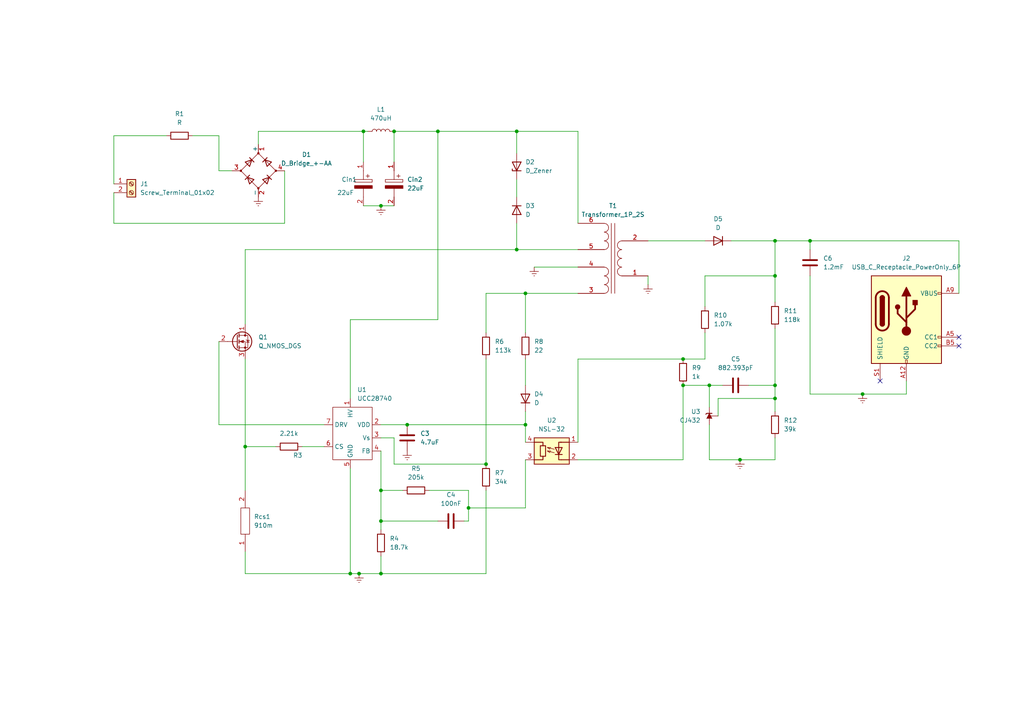
<source format=kicad_sch>
(kicad_sch (version 20211123) (generator eeschema)
  (paper "A4")
  (title_block (title "Charger Design") (date "2023-02-18") (rev "v01") (comment 1 "Course: ELP305") (comment 2 "Grpup: BNavi"))
  (lib_symbols
    (symbol "400PK22MEFC12.5X20:400PK22MEFC12.5X20" (pin_names (offset 0.762))
      (property "Reference" "C" (at 8.89 6.35 0))
      (property "Value" "400PK22MEFC12.5X20" (at 8.89 3.81 0))
      (symbol "400PK22MEFC12.5X20_0_0"
        (pin passive line (at 0 0 0) (length 2.54) (name "~") (number "1"))
        (pin passive line (at 12.7 0 180) (length 2.54) (name "~") (number "2"))
      )
      (symbol "400PK22MEFC12.5X20_0_1"
        (polyline (pts (xy 2.54 0) (xy 5.08 0)) (stroke (width 0.1524)))
        (polyline (pts (xy 4.064 1.778) (xy 4.064 0.762)) (stroke (width 0.1524)))
        (polyline (pts (xy 4.572 1.27) (xy 3.556 1.27)) (stroke (width 0.1524)))
        (polyline (pts (xy 7.62 0) (xy 10.16 0)) (stroke (width 0.1524)))
        (polyline (pts (xy 5.08 2.54) (xy 5.08 -2.54) (xy 5.842 -2.54) (xy 5.842 2.54) (xy 5.08 2.54)) (stroke (width 0.1524)))
        (polyline (pts (xy 7.62 2.54) (xy 7.62 -2.54) (xy 6.858 -2.54) (xy 6.858 2.54) (xy 7.62 2.54)) (stroke (width 0.254)) (fill (type outline)))
      )
    )
    (symbol "CRCW040234K0FKED:CRCW040234K0FKEDHP" (pin_names (offset 0.762))
      (property "Reference" "R" (at 13.97 6.35 0))
      (property "Value" "CRCW040234K0FKEDHP" (at 13.97 3.81 0))
      (symbol "CRCW040234K0FKEDHP_0_0"
        (pin passive line (at 0 0 0) (length 5.08) (name "~") (number "1"))
        (pin passive line (at 17.78 0 180) (length 5.08) (name "~") (number "2"))
      )
      (symbol "CRCW040234K0FKEDHP_0_1"
        (polyline (pts (xy 5.08 1.27) (xy 12.7 1.27) (xy 12.7 -1.27) (xy 5.08 -1.27) (xy 5.08 1.27)) (stroke (width 0.1524)))
      )
    )
    (symbol "Connector:Screw_Terminal_01x02" (pin_names (offset 1.016) hide)
      (property "Reference" "J" (at 0 2.54 0))
      (property "Value" "Screw_Terminal_01x02" (at 0 -5.08 0))
      (symbol "Screw_Terminal_01x02_1_1"
        (rectangle (start -1.27 1.27) (end 1.27 -3.81) (stroke (width 0.254)) (fill (type background)))
        (circle (center 0 -2.54) (radius 0.635) (stroke (width 0.1524)))
        (polyline (pts (xy -0.5334 -2.2098) (xy 0.3302 -3.048)) (stroke (width 0.1524)))
        (polyline (pts (xy -0.5334 0.3302) (xy 0.3302 -0.508)) (stroke (width 0.1524)))
        (polyline (pts (xy -0.3556 -2.032) (xy 0.508 -2.8702)) (stroke (width 0.1524)))
        (polyline (pts (xy -0.3556 0.508) (xy 0.508 -0.3302)) (stroke (width 0.1524)))
        (circle (center 0 0) (radius 0.635) (stroke (width 0.1524)))
        (pin passive line (at -5.08 0 0) (length 3.81) (name "Pin_1") (number "1"))
        (pin passive line (at -5.08 -2.54 0) (length 3.81) (name "Pin_2") (number "2"))
      )
    )
    (symbol "Connector:USB_C_Receptacle_PowerOnly_6P" (pin_names (offset 1.016))
      (property "Reference" "J" (at 0 16.51 0))
      (property "Value" "USB_C_Receptacle_PowerOnly_6P" (at 0 13.97 0))
      (symbol "USB_C_Receptacle_PowerOnly_6P_0_0"
        (rectangle (start -0.254 -12.7) (end 0.254 -11.684))
        (rectangle (start 10.16 -7.366) (end 9.144 -7.874))
        (rectangle (start 10.16 -4.826) (end 9.144 -5.334))
        (rectangle (start 10.16 7.874) (end 9.144 7.366))
      )
      (symbol "USB_C_Receptacle_PowerOnly_6P_0_1"
        (rectangle (start -10.16 12.7) (end 10.16 -12.7) (stroke (width 0.254)) (fill (type background)))
        (arc (start -8.89 -1.27) (mid -6.985 -3.175) (end -5.08 -1.27) (stroke (width 0.508)))
        (arc (start -7.62 -1.27) (mid -6.985 -1.905) (end -6.35 -1.27) (stroke (width 0.254)))
        (arc (start -7.62 -1.27) (mid -6.985 -1.905) (end -6.35 -1.27) (stroke (width 0.254)) (fill (type outline)))
        (rectangle (start -7.62 -1.27) (end -6.35 6.35) (stroke (width 0.254)) (fill (type outline)))
        (arc (start -6.35 6.35) (mid -6.985 6.985) (end -7.62 6.35) (stroke (width 0.254)))
        (arc (start -6.35 6.35) (mid -6.985 6.985) (end -7.62 6.35) (stroke (width 0.254)) (fill (type outline)))
        (arc (start -5.08 6.35) (mid -6.985 8.255) (end -8.89 6.35) (stroke (width 0.508)))
        (circle (center -2.54 3.683) (radius 0.635) (stroke (width 0.254)) (fill (type outline)))
        (circle (center 0 -3.302) (radius 1.27) (fill (type outline)))
        (polyline (pts (xy -8.89 -1.27) (xy -8.89 6.35)) (stroke (width 0.508)))
        (polyline (pts (xy -5.08 6.35) (xy -5.08 -1.27)) (stroke (width 0.508)))
        (polyline (pts (xy 0 -3.302) (xy 0 6.858)) (stroke (width 0.508)))
        (polyline (pts (xy 0 -0.762) (xy -2.54 1.778) (xy -2.54 3.048)) (stroke (width 0.508)))
        (polyline (pts (xy 0 0.508) (xy 2.54 3.048) (xy 2.54 4.318)) (stroke (width 0.508)))
        (polyline (pts (xy -1.27 6.858) (xy 0 9.398) (xy 1.27 6.858) (xy -1.27 6.858)) (stroke (width 0.254)) (fill (type outline)))
        (rectangle (start 1.905 4.318) (end 3.175 5.588) (stroke (width 0.254)) (fill (type outline)))
      )
      (symbol "USB_C_Receptacle_PowerOnly_6P_1_1"
        (pin passive line (at 0 -17.78 90) (length 5.08) (name "GND") (number "A12"))
        (pin bidirectional line (at 15.24 -5.08 180) (length 5.08) (name "CC1") (number "A5"))
        (pin passive line (at 15.24 7.62 180) (length 5.08) (name "VBUS") (number "A9"))
        (pin passive line (at 0 -17.78 90) (length 5.08) hide (name "GND") (number "B12"))
        (pin bidirectional line (at 15.24 -7.62 180) (length 5.08) (name "CC2") (number "B5"))
        (pin passive line (at 15.24 7.62 180) (length 5.08) hide (name "VBUS") (number "B9"))
        (pin passive line (at -7.62 -17.78 90) (length 5.08) (name "SHIELD") (number "S1"))
      )
    )
    (symbol "Device:C" (pin_numbers hide) (pin_names (offset 0.254))
      (property "Reference" "C" (at 0.635 2.54 0))
      (property "Value" "C" (at 0.635 -2.54 0))
      (symbol "C_0_1"
        (polyline (pts (xy -2.032 -0.762) (xy 2.032 -0.762)) (stroke (width 0.508)))
        (polyline (pts (xy -2.032 0.762) (xy 2.032 0.762)) (stroke (width 0.508)))
      )
      (symbol "C_1_1"
        (pin passive line (at 0 3.81 270) (length 2.794) (name "~") (number "1"))
        (pin passive line (at 0 -3.81 90) (length 2.794) (name "~") (number "2"))
      )
    )
    (symbol "Device:D" (pin_numbers hide) (pin_names (offset 1.016) hide)
      (property "Reference" "D" (at 0 2.54 0))
      (property "Value" "D" (at 0 -2.54 0))
      (symbol "D_0_1"
        (polyline (pts (xy -1.27 1.27) (xy -1.27 -1.27)) (stroke (width 0.254)))
        (polyline (pts (xy 1.27 0) (xy -1.27 0)))
        (polyline (pts (xy 1.27 1.27) (xy 1.27 -1.27) (xy -1.27 0) (xy 1.27 1.27)) (stroke (width 0.254)))
      )
      (symbol "D_1_1"
        (pin passive line (at -3.81 0 0) (length 2.54) (name "K") (number "1"))
        (pin passive line (at 3.81 0 180) (length 2.54) (name "A") (number "2"))
      )
    )
    (symbol "Device:D_Bridge_+-AA" (pin_names (offset 0))
      (property "Reference" "D" (at 2.54 6.985 0))
      (property "Value" "D_Bridge_+-AA" (at 2.54 5.08 0))
      (symbol "D_Bridge_+-AA_0_1"
        (circle (center -5.08 0) (radius 0.254) (fill (type outline)))
        (circle (center 0 -5.08) (radius 0.254) (fill (type outline)))
        (polyline (pts (xy -2.54 3.81) (xy -1.27 2.54)) (stroke (width 0.254)))
        (polyline (pts (xy -1.27 -2.54) (xy -2.54 -3.81)) (stroke (width 0.254)))
        (polyline (pts (xy 2.54 -1.27) (xy 3.81 -2.54)) (stroke (width 0.254)))
        (polyline (pts (xy 2.54 1.27) (xy 3.81 2.54)) (stroke (width 0.254)))
        (polyline (pts (xy -3.81 2.54) (xy -2.54 1.27) (xy -1.905 3.175) (xy -3.81 2.54)) (stroke (width 0.254)))
        (polyline (pts (xy -2.54 -1.27) (xy -3.81 -2.54) (xy -1.905 -3.175) (xy -2.54 -1.27)) (stroke (width 0.254)))
        (polyline (pts (xy 1.27 2.54) (xy 2.54 3.81) (xy 3.175 1.905) (xy 1.27 2.54)) (stroke (width 0.254)))
        (polyline (pts (xy 3.175 -1.905) (xy 1.27 -2.54) (xy 2.54 -3.81) (xy 3.175 -1.905)) (stroke (width 0.254)))
        (polyline (pts (xy -5.08 0) (xy 0 -5.08) (xy 5.08 0) (xy 0 5.08) (xy -5.08 0)))
        (circle (center 0 5.08) (radius 0.254) (fill (type outline)))
        (circle (center 5.08 0) (radius 0.254) (fill (type outline)))
      )
      (symbol "D_Bridge_+-AA_1_1"
        (pin passive line (at 7.62 0 180) (length 2.54) (name "+") (number "1"))
        (pin passive line (at -7.62 0 0) (length 2.54) (name "-") (number "2"))
        (pin passive line (at 0 7.62 270) (length 2.54) (name "~") (number "3"))
        (pin passive line (at 0 -7.62 90) (length 2.54) (name "~") (number "4"))
      )
    )
    (symbol "Device:D_Zener" (pin_numbers hide) (pin_names (offset 1.016) hide)
      (property "Reference" "D" (at 0 2.54 0))
      (property "Value" "D_Zener" (at 0 -2.54 0))
      (symbol "D_Zener_0_1"
        (polyline (pts (xy 1.27 0) (xy -1.27 0)))
        (polyline (pts (xy -1.27 -1.27) (xy -1.27 1.27) (xy -0.762 1.27)) (stroke (width 0.254)))
        (polyline (pts (xy 1.27 -1.27) (xy 1.27 1.27) (xy -1.27 0) (xy 1.27 -1.27)) (stroke (width 0.254)))
      )
      (symbol "D_Zener_1_1"
        (pin passive line (at -3.81 0 0) (length 2.54) (name "K") (number "1"))
        (pin passive line (at 3.81 0 180) (length 2.54) (name "A") (number "2"))
      )
    )
    (symbol "Device:L" (pin_numbers hide) (pin_names (offset 1.016) hide)
      (property "Reference" "L" (at -1.27 0 90))
      (property "Value" "L" (at 1.905 0 90))
      (symbol "L_0_1"
        (arc (start 0 -2.54) (mid 0.635 -1.905) (end 0 -1.27))
        (arc (start 0 -1.27) (mid 0.635 -0.635) (end 0 0))
        (arc (start 0 0) (mid 0.635 0.635) (end 0 1.27))
        (arc (start 0 1.27) (mid 0.635 1.905) (end 0 2.54))
      )
      (symbol "L_1_1"
        (pin passive line (at 0 3.81 270) (length 1.27) (name "1") (number "1"))
        (pin passive line (at 0 -3.81 90) (length 1.27) (name "2") (number "2"))
      )
    )
    (symbol "Device:Q_NMOS_DGS" (pin_names (offset 0) hide)
      (property "Reference" "Q" (at 5.08 1.27 0))
      (property "Value" "Q_NMOS_DGS" (at 5.08 -1.27 0))
      (symbol "Q_NMOS_DGS_0_1"
        (polyline (pts (xy 0.254 0) (xy -2.54 0)))
        (polyline (pts (xy 0.254 1.905) (xy 0.254 -1.905)) (stroke (width 0.254)))
        (polyline (pts (xy 0.762 -1.27) (xy 0.762 -2.286)) (stroke (width 0.254)))
        (polyline (pts (xy 0.762 0.508) (xy 0.762 -0.508)) (stroke (width 0.254)))
        (polyline (pts (xy 0.762 2.286) (xy 0.762 1.27)) (stroke (width 0.254)))
        (polyline (pts (xy 2.54 2.54) (xy 2.54 1.778)))
        (polyline (pts (xy 2.54 -2.54) (xy 2.54 0) (xy 0.762 0)))
        (polyline (pts (xy 0.762 -1.778) (xy 3.302 -1.778) (xy 3.302 1.778) (xy 0.762 1.778)))
        (polyline (pts (xy 1.016 0) (xy 2.032 0.381) (xy 2.032 -0.381) (xy 1.016 0)) (fill (type outline)))
        (polyline (pts (xy 2.794 0.508) (xy 2.921 0.381) (xy 3.683 0.381) (xy 3.81 0.254)))
        (polyline (pts (xy 3.302 0.381) (xy 2.921 -0.254) (xy 3.683 -0.254) (xy 3.302 0.381)))
        (circle (center 1.651 0) (radius 2.794) (stroke (width 0.254)))
        (circle (center 2.54 -1.778) (radius 0.254) (fill (type outline)))
        (circle (center 2.54 1.778) (radius 0.254) (fill (type outline)))
      )
      (symbol "Q_NMOS_DGS_1_1"
        (pin passive line (at 2.54 5.08 270) (length 2.54) (name "D") (number "1"))
        (pin input line (at -5.08 0 0) (length 2.54) (name "G") (number "2"))
        (pin passive line (at 2.54 -5.08 90) (length 2.54) (name "S") (number "3"))
      )
    )
    (symbol "Device:R" (pin_numbers hide) (pin_names (offset 0))
      (property "Reference" "R" (at 2.032 0 90))
      (property "Value" "R" (at 0 0 90))
      (symbol "R_0_1"
        (rectangle (start -1.016 -2.54) (end 1.016 2.54) (stroke (width 0.254)))
      )
      (symbol "R_1_1"
        (pin passive line (at 0 3.81 270) (length 1.27) (name "~") (number "1"))
        (pin passive line (at 0 -3.81 90) (length 1.27) (name "~") (number "2"))
      )
    )
    (symbol "Device:Transformer_1P_2S" (pin_names (offset 1.016) hide)
      (property "Reference" "T" (at 0 12.7 0))
      (property "Value" "Transformer_1P_2S" (at 0 -12.7 0))
      (symbol "Transformer_1P_2S_0_1"
        (arc (start -2.54 -5.0546) (mid -1.6599 -4.6901) (end -1.27 -3.81))
        (arc (start -2.54 -2.5146) (mid -1.6599 -2.1501) (end -1.27 -1.27))
        (arc (start -2.54 0.0254) (mid -1.6599 0.3899) (end -1.27 1.27))
        (arc (start -2.54 2.5654) (mid -1.6599 2.9299) (end -1.27 3.81))
        (arc (start -1.27 -3.81) (mid -1.642 -2.912) (end -2.54 -2.54))
        (arc (start -1.27 -1.27) (mid -1.642 -0.372) (end -2.54 0))
        (arc (start -1.27 1.27) (mid -1.642 2.168) (end -2.54 2.54))
        (arc (start -1.27 3.81) (mid -1.642 4.708) (end -2.54 5.08))
        (polyline (pts (xy -0.508 -10.16) (xy -0.508 10.16)))
        (polyline (pts (xy 0.508 10.16) (xy 0.508 -10.16)))
        (arc (start 1.2954 -8.89) (mid 1.6599 -9.7701) (end 2.54 -10.1346))
        (arc (start 1.2954 -6.35) (mid 1.6599 -7.2301) (end 2.54 -7.5946))
        (arc (start 1.2954 -3.81) (mid 1.6599 -4.6901) (end 2.54 -5.0546))
        (arc (start 1.2954 3.81) (mid 1.6599 2.9299) (end 2.54 2.5654))
        (arc (start 1.2954 6.35) (mid 1.6599 5.4699) (end 2.54 5.1054))
        (arc (start 1.2954 8.89) (mid 1.6599 8.0099) (end 2.54 7.6454))
        (arc (start 2.54 -7.62) (mid 1.642 -7.992) (end 1.2954 -8.89))
        (arc (start 2.54 -5.08) (mid 1.642 -5.452) (end 1.2954 -6.35))
        (arc (start 2.54 -2.54) (mid 1.642 -2.912) (end 1.2954 -3.81))
        (arc (start 2.54 5.08) (mid 1.642 4.708) (end 1.2954 3.81))
        (arc (start 2.54 7.62) (mid 1.642 7.248) (end 1.2954 6.35))
        (arc (start 2.54 10.16) (mid 1.642 9.788) (end 1.2954 8.89))
      )
      (symbol "Transformer_1P_2S_1_1"
        (pin passive line (at -10.16 5.08 0) (length 7.62) (name "AA") (number "1"))
        (pin passive line (at -10.16 -5.08 0) (length 7.62) (name "AB") (number "2"))
        (pin passive line (at 10.16 10.16 180) (length 7.62) (name "SA") (number "3"))
        (pin passive line (at 10.16 2.54 180) (length 7.62) (name "SB") (number "4"))
        (pin passive line (at 10.16 -2.54 180) (length 7.62) (name "SC") (number "5"))
        (pin passive line (at 10.16 -10.16 180) (length 7.62) (name "SD") (number "6"))
      )
    )
    (symbol "Isolator:NSL-32" (pin_names (offset 0.762) hide)
      (property "Reference" "U" (at 0 5.08 0))
      (property "Value" "NSL-32" (at 0 -5.08 0))
      (symbol "NSL-32_0_1"
        (rectangle (start -5.08 3.81) (end 5.08 -3.81) (stroke (width 0.254)) (fill (type background)))
        (polyline (pts (xy -5.08 2.54) (xy -2.54 2.54)) (stroke (width 0.254)))
        (polyline (pts (xy -2.794 -2.54) (xy -5.08 -2.54)) (stroke (width 0.254)))
        (polyline (pts (xy -1.016 -1.016) (xy -3.048 -1.016) (xy -3.048 -1.016)) (stroke (width 0.254)))
        (polyline (pts (xy -0.762 -0.508) (xy 1.27 0) (xy 1.27 0)))
        (polyline (pts (xy -0.762 0.508) (xy 1.27 1.016) (xy 1.27 1.016)))
        (polyline (pts (xy 2.54 -1.524) (xy 2.54 -2.54) (xy 5.08 -2.54)) (stroke (width 0.254)))
        (polyline (pts (xy 2.54 1.524) (xy 2.54 2.54) (xy 5.08 2.54)) (stroke (width 0.254)))
        (polyline (pts (xy -2.794 -2.54) (xy -2.032 -2.54) (xy -2.032 2.54) (xy -2.794 2.54)) (stroke (width 0.254)))
        (polyline (pts (xy 0.254 0) (xy 1.27 0) (xy 0.508 -0.508) (xy 0.508 -0.508)))
        (polyline (pts (xy 0.254 1.016) (xy 1.27 1.016) (xy 0.508 0.508) (xy 0.508 0.508)))
        (polyline (pts (xy -1.016 1.016) (xy -3.048 1.016) (xy -2.032 -1.016) (xy -1.016 1.016) (xy -1.016 1.016) (xy -1.016 1.016)) (stroke (width 0.254)))
        (rectangle (start 1.778 1.524) (end 3.302 -1.524) (stroke (width 0.254)))
      )
      (symbol "NSL-32_1_1"
        (pin passive line (at -7.62 2.54 0) (length 2.54) (name "A") (number "1"))
        (pin passive line (at -7.62 -2.54 0) (length 2.54) (name "K") (number "2"))
        (pin passive line (at 7.62 -2.54 180) (length 2.54) (name "R") (number "3"))
        (pin passive line (at 7.62 2.54 180) (length 2.54) (name "R") (number "4"))
      )
    )
    (symbol "Reference_Voltage:CJ432" (pin_numbers hide) (pin_names hide)
      (property "Reference" "U" (at -2.54 2.54 0))
      (property "Value" "CJ432" (at 0 -2.54 0))
      (symbol "CJ432_0_1"
        (polyline (pts (xy -1.27 0) (xy 0 0) (xy 1.27 0)))
        (polyline (pts (xy -0.762 0.762) (xy 0.762 0) (xy -0.762 -0.762)) (fill (type outline)))
        (polyline (pts (xy 0.508 -1.016) (xy 0.762 -0.762) (xy 0.762 0.762) (xy 0.762 0.762)) (stroke (width 0.254)))
      )
      (symbol "CJ432_1_1"
        (pin passive line (at 0 2.54 270) (length 2.54) (name "REF") (number "1"))
        (pin passive line (at 2.54 0 180) (length 1.27) (name "K") (number "2"))
        (pin passive line (at -2.54 0 0) (length 1.27) (name "A") (number "3"))
      )
    )
    (symbol "UCC28740:UCC28740"
      (property "Reference" "U" (at -5.08 8.89 0))
      (property "Value" "UCC28740" (at 6.35 -8.89 0))
      (symbol "UCC28740_0_1"
        (rectangle (start -5.08 7.62) (end 6.35 -7.62))
      )
      (symbol "UCC28740_1_1"
        (pin input line (at 0 10.16 270) (length 2.54) (name "HV") (number "1"))
        (pin input line (at 8.89 2.54 180) (length 2.54) (name "VDD") (number "2"))
        (pin input line (at 8.89 -1.27 180) (length 2.54) (name "Vs") (number "3"))
        (pin input line (at 8.89 -5.08 180) (length 2.54) (name "FB") (number "4"))
        (pin input line (at 0 -10.16 90) (length 2.54) (name "GND") (number "5"))
        (pin input line (at -7.62 -3.81 0) (length 2.54) (name "CS") (number "6"))
        (pin input line (at -7.62 2.54 0) (length 2.54) (name "DRV") (number "7"))
      )
    )
    (symbol "power:Earth" (power) (pin_names (offset 0))
      (symbol "Earth_0_1"
        (polyline (pts (xy -0.635 -1.905) (xy 0.635 -1.905)))
        (polyline (pts (xy -0.127 -2.54) (xy 0.127 -2.54)))
        (polyline (pts (xy 0 -1.27) (xy 0 0)))
        (polyline (pts (xy 1.27 -1.27) (xy -1.27 -1.27)))
      )
      (symbol "Earth_1_1"
        (pin power_in line (at 0 0 270) (length 0) hide (name "Earth") (number "1"))
      )
    )
  )
  (junction (at 234.95 69.85))
  (junction (at 250.19 114.3))
  (junction (at 110.49 151.13))
  (junction (at 149.86 38.1))
  (junction (at 118.11 123.19))
  (junction (at 205.74 111.76))
  (junction (at 110.49 59.69))
  (junction (at 198.12 104.14))
  (junction (at 114.3 38.1))
  (junction (at 214.63 133.35))
  (junction (at 101.6 166.37))
  (junction (at 104.14 166.37))
  (junction (at 224.79 69.85))
  (junction (at 110.49 142.24))
  (junction (at 198.12 111.76))
  (junction (at 105.41 38.1))
  (junction (at 152.4 123.19))
  (junction (at 71.12 129.54))
  (junction (at 152.4 85.09))
  (junction (at 224.79 80.01))
  (junction (at 224.79 111.76))
  (junction (at 110.49 166.37))
  (junction (at 127 38.1))
  (junction (at 135.89 147.32))
  (junction (at 140.97 134.62))
  (junction (at 224.79 115.57))
  (junction (at 149.86 72.39))
  (no_connect (at 278.13 100.33))
  (no_connect (at 255.27 110.49))
  (no_connect (at 278.13 97.79))
  (wire (pts (xy 63.5 39.37) (xy 63.5 49.53)))
  (wire (pts (xy 149.86 72.39) (xy 167.64 72.39)))
  (wire (pts (xy 33.02 64.77) (xy 82.55 64.77)))
  (wire (pts (xy 110.49 161.29) (xy 110.49 166.37)))
  (wire (pts (xy 134.62 151.13) (xy 135.89 151.13)))
  (wire (pts (xy 110.49 127) (xy 114.3 127)))
  (wire (pts (xy 204.47 96.52) (xy 204.47 104.14)))
  (wire (pts (xy 114.3 38.1) (xy 114.3 46.99)))
  (wire (pts (xy 135.89 147.32) (xy 135.89 151.13)))
  (wire (pts (xy 63.5 123.19) (xy 93.98 123.19)))
  (wire (pts (xy 167.64 133.35) (xy 198.12 133.35)))
  (wire (pts (xy 140.97 96.52) (xy 140.97 85.09)))
  (wire (pts (xy 152.4 119.38) (xy 152.4 123.19)))
  (wire (pts (xy 110.49 151.13) (xy 127 151.13)))
  (wire (pts (xy 71.12 72.39) (xy 149.86 72.39)))
  (wire (pts (xy 149.86 52.07) (xy 149.86 57.15)))
  (wire (pts (xy 198.12 104.14) (xy 204.47 104.14)))
  (wire (pts (xy 224.79 95.25) (xy 224.79 111.76)))
  (wire (pts (xy 198.12 111.76) (xy 205.74 111.76)))
  (wire (pts (xy 71.12 129.54) (xy 80.01 129.54)))
  (wire (pts (xy 204.47 88.9) (xy 204.47 80.01)))
  (wire (pts (xy 114.3 38.1) (xy 127 38.1)))
  (wire (pts (xy 224.79 69.85) (xy 224.79 80.01)))
  (wire (pts (xy 152.4 133.35) (xy 152.4 147.32)))
  (wire (pts (xy 140.97 85.09) (xy 152.4 85.09)))
  (wire (pts (xy 114.3 127) (xy 114.3 134.62)))
  (wire (pts (xy 71.12 104.14) (xy 71.12 129.54)))
  (wire (pts (xy 205.74 111.76) (xy 205.74 118.11)))
  (wire (pts (xy 224.79 133.35) (xy 224.79 127)))
  (wire (pts (xy 110.49 151.13) (xy 110.49 153.67)))
  (wire (pts (xy 33.02 55.88) (xy 33.02 64.77)))
  (wire (pts (xy 105.41 59.69) (xy 110.49 59.69)))
  (wire (pts (xy 63.5 49.53) (xy 67.31 49.53)))
  (wire (pts (xy 167.64 104.14) (xy 198.12 104.14)))
  (wire (pts (xy 224.79 80.01) (xy 224.79 87.63)))
  (wire (pts (xy 87.63 129.54) (xy 93.98 129.54)))
  (wire (pts (xy 140.97 142.24) (xy 140.97 166.37)))
  (wire (pts (xy 205.74 111.76) (xy 209.55 111.76)))
  (wire (pts (xy 214.63 133.35) (xy 224.79 133.35)))
  (wire (pts (xy 152.4 147.32) (xy 135.89 147.32)))
  (wire (pts (xy 104.14 166.37) (xy 110.49 166.37)))
  (wire (pts (xy 74.93 38.1) (xy 105.41 38.1)))
  (wire (pts (xy 234.95 80.01) (xy 234.95 114.3)))
  (wire (pts (xy 63.5 99.06) (xy 63.5 123.19)))
  (wire (pts (xy 167.64 38.1) (xy 149.86 38.1)))
  (wire (pts (xy 154.94 77.47) (xy 167.64 77.47)))
  (wire (pts (xy 33.02 53.34) (xy 33.02 39.37)))
  (wire (pts (xy 205.74 123.19) (xy 205.74 133.35)))
  (wire (pts (xy 234.95 114.3) (xy 250.19 114.3)))
  (wire (pts (xy 234.95 69.85) (xy 234.95 72.39)))
  (wire (pts (xy 149.86 38.1) (xy 149.86 44.45)))
  (wire (pts (xy 110.49 142.24) (xy 116.84 142.24)))
  (wire (pts (xy 187.96 69.85) (xy 204.47 69.85)))
  (wire (pts (xy 110.49 166.37) (xy 140.97 166.37)))
  (wire (pts (xy 262.89 114.3) (xy 262.89 110.49)))
  (wire (pts (xy 101.6 135.89) (xy 101.6 166.37)))
  (wire (pts (xy 208.28 120.65) (xy 208.28 115.57)))
  (wire (pts (xy 217.17 111.76) (xy 224.79 111.76)))
  (wire (pts (xy 71.12 160.02) (xy 71.12 166.37)))
  (wire (pts (xy 152.4 104.14) (xy 152.4 111.76)))
  (wire (pts (xy 198.12 133.35) (xy 198.12 111.76)))
  (wire (pts (xy 152.4 85.09) (xy 152.4 96.52)))
  (wire (pts (xy 152.4 85.09) (xy 167.64 85.09)))
  (wire (pts (xy 101.6 92.71) (xy 127 92.71)))
  (wire (pts (xy 135.89 142.24) (xy 135.89 147.32)))
  (wire (pts (xy 71.12 72.39) (xy 71.12 93.98)))
  (wire (pts (xy 55.88 39.37) (xy 63.5 39.37)))
  (wire (pts (xy 250.19 114.3) (xy 262.89 114.3)))
  (wire (pts (xy 204.47 80.01) (xy 224.79 80.01)))
  (wire (pts (xy 33.02 39.37) (xy 48.26 39.37)))
  (wire (pts (xy 105.41 38.1) (xy 105.41 46.99)))
  (wire (pts (xy 127 92.71) (xy 127 38.1)))
  (wire (pts (xy 124.46 142.24) (xy 135.89 142.24)))
  (wire (pts (xy 212.09 69.85) (xy 224.79 69.85)))
  (wire (pts (xy 71.12 166.37) (xy 101.6 166.37)))
  (wire (pts (xy 101.6 115.57) (xy 101.6 92.71)))
  (wire (pts (xy 224.79 111.76) (xy 224.79 115.57)))
  (wire (pts (xy 74.93 41.91) (xy 74.93 38.1)))
  (wire (pts (xy 224.79 115.57) (xy 224.79 119.38)))
  (wire (pts (xy 278.13 85.09) (xy 278.13 69.85)))
  (wire (pts (xy 114.3 134.62) (xy 140.97 134.62)))
  (wire (pts (xy 82.55 64.77) (xy 82.55 49.53)))
  (wire (pts (xy 118.11 123.19) (xy 152.4 123.19)))
  (wire (pts (xy 140.97 104.14) (xy 140.97 134.62)))
  (wire (pts (xy 152.4 123.19) (xy 152.4 128.27)))
  (wire (pts (xy 110.49 123.19) (xy 118.11 123.19)))
  (wire (pts (xy 205.74 133.35) (xy 214.63 133.35)))
  (wire (pts (xy 127 38.1) (xy 149.86 38.1)))
  (wire (pts (xy 110.49 130.81) (xy 110.49 142.24)))
  (wire (pts (xy 187.96 80.01) (xy 187.96 82.55)))
  (wire (pts (xy 110.49 59.69) (xy 114.3 59.69)))
  (wire (pts (xy 101.6 166.37) (xy 104.14 166.37)))
  (wire (pts (xy 224.79 69.85) (xy 234.95 69.85)))
  (wire (pts (xy 167.64 128.27) (xy 167.64 104.14)))
  (wire (pts (xy 149.86 72.39) (xy 149.86 64.77)))
  (wire (pts (xy 110.49 142.24) (xy 110.49 151.13)))
  (wire (pts (xy 278.13 69.85) (xy 234.95 69.85)))
  (wire (pts (xy 71.12 142.24) (xy 71.12 129.54)))
  (wire (pts (xy 167.64 64.77) (xy 167.64 38.1)))
  (wire (pts (xy 105.41 38.1) (xy 106.68 38.1)))
  (wire (pts (xy 208.28 115.57) (xy 224.79 115.57)))
  (symbol (lib_id "Connector:USB_C_Receptacle_PowerOnly_6P") (at 262.89 92.71 0) (unit 1)
    (property "Reference" "J2" (at 262.89 74.93 0))
    (property "Value" "USB_C_Receptacle_PowerOnly_6P" (at 262.89 77.47 0))
    (property "Footprint" "Connector_USB:USB_C_Plug_Molex_105444" (effects hide))
    (property "Datasheet" "https://www.usb.org/sites/default/files/documents/usb_type-c.zip" (effects hide))
  )
  (symbol (lib_id "Device:Transformer_1P_2S") (at 177.8 74.93 180) (unit 1)
    (property "Reference" "T1" (at 177.8 59.69 0))
    (property "Value" "Transformer_1P_2S" (at 177.8 62.23 0))
  )
  (symbol (lib_id "400PK22MEFC12.5X20:400PK22MEFC12.5X20") (at 114.3 46.99 270) (unit 1)
    (property "Reference" "Cin2" (at 118.11 52.0699 90) (effects (justify left)))
    (property "Value" "22uF" (at 118.11 54.61 90) (effects (justify left)))
    (property "Footprint" "footprints:400PK22MEFC12.5X20" (effects hide))
    (property "Datasheet" "http://www.rubycon.co.jp/en/catalog/e_pdfs/aluminum/e_pk.pdf" (effects hide))
    (property "Description" "Aluminum Electrolytic Capacitors - Radial Leaded" (effects hide))
    (property "Height" "22" (effects hide))
    (property "Mouser Part Number" "232-400PK22MEFC125X2" (effects hide))
    (property "Mouser Price/Stock" "https://www.mouser.co.uk/ProductDetail/Rubycon/400PK22MEFC12.5X20?qs=T3oQrply3y%252B1A0DQVCmdTw%3D%3D" (effects hide))
    (property "Manufacturer_Name" "Rubycon" (effects hide))
    (property "Manufacturer_Part_Number" "400PK22MEFC12.5X20" (effects hide))
  )
  (symbol (lib_id "Device:R") (at 120.65 142.24 90) (unit 1)
    (property "Reference" "R5" (at 120.65 135.89 90))
    (property "Value" "205k" (at 120.65 138.43 90))
    (property "Footprint" "Resistor_SMD:R_0201_0603Metric_Pad0.64x0.40mm_HandSolder" (effects hide))
  )
  (symbol (lib_id "Device:D") (at 152.4 115.57 90) (unit 1)
    (property "Reference" "D4" (at 154.94 114.2999 90) (effects (justify right)))
    (property "Value" "D" (at 154.94 116.8399 90) (effects (justify right)))
    (property "Footprint" "Diode_SMD:D_0402_1005Metric_Pad0.77x0.64mm_HandSolder" (effects hide))
  )
  (symbol (lib_id "400PK22MEFC12.5X20:400PK22MEFC12.5X20") (at 105.41 46.99 270) (unit 1)
    (property "Reference" "Cin1" (at 99.06 52.07 90) (effects (justify left)))
    (property "Value" "22uF" (at 97.79 55.88 90) (effects (justify left)))
    (property "Footprint" "footprints:400PK22MEFC12.5X20" (effects hide))
    (property "Datasheet" "http://www.rubycon.co.jp/en/catalog/e_pdfs/aluminum/e_pk.pdf" (effects hide))
    (property "Description" "Aluminum Electrolytic Capacitors - Radial Leaded" (effects hide))
    (property "Height" "22" (effects hide))
    (property "Mouser Part Number" "232-400PK22MEFC125X2" (effects hide))
    (property "Mouser Price/Stock" "https://www.mouser.co.uk/ProductDetail/Rubycon/400PK22MEFC12.5X20?qs=T3oQrply3y%252B1A0DQVCmdTw%3D%3D" (effects hide))
    (property "Manufacturer_Name" "Rubycon" (effects hide))
    (property "Manufacturer_Part_Number" "400PK22MEFC12.5X20" (effects hide))
  )
  (symbol (lib_id "Device:R") (at 52.07 39.37 90) (unit 1)
    (property "Reference" "R1" (at 52.07 33.02 90))
    (property "Value" "R" (at 52.07 35.56 90))
    (property "Footprint" "Resistor_SMD:R_0201_0603Metric_Pad0.64x0.40mm_HandSolder" (effects hide))
  )
  (symbol (lib_id "power:Earth") (at 214.63 133.35 0) (unit 1)
    (property "Reference" "#PWR07" (effects hide))
    (property "Value" "Earth" (effects hide))
  )
  (symbol (lib_id "CRCW040234K0FKED:CRCW040234K0FKEDHP") (at 71.12 160.02 90) (unit 1)
    (property "Reference" "Rcs1" (at 73.66 149.8599 90) (effects (justify right)))
    (property "Value" "910m" (at 73.66 152.3999 90) (effects (justify right)))
    (property "Footprint" "footprints:CRCW04021K07FKED" (effects hide))
    (property "Datasheet" "http://www.vishay.com/docs/20035/dcrcwe3.pdf" (effects hide))
    (property "Description" "Standard Thick Film Chip Resistors value 34K0 ohm." (effects hide))
    (property "Height" "0.4" (effects hide))
    (property "Manufacturer_Name" "Vishay" (effects hide))
    (property "Manufacturer_Part_Number" "CRCW040234K0FKEDHP" (effects hide))
  )
  (symbol (lib_id "Device:R") (at 140.97 138.43 180) (unit 1)
    (property "Reference" "R7" (at 143.51 137.1599 0) (effects (justify right)))
    (property "Value" "34k" (at 143.51 139.6999 0) (effects (justify right)))
    (property "Footprint" "Resistor_SMD:R_0201_0603Metric_Pad0.64x0.40mm_HandSolder" (effects hide))
  )
  (symbol (lib_id "power:Earth") (at 118.11 130.81 0) (unit 1)
    (property "Reference" "#PWR04" (effects hide))
    (property "Value" "Earth" (effects hide))
  )
  (symbol (lib_id "Device:R") (at 224.79 123.19 180) (unit 1)
    (property "Reference" "R12" (at 227.33 121.9199 0) (effects (justify right)))
    (property "Value" "39k" (at 227.33 124.4599 0) (effects (justify right)))
    (property "Footprint" "Resistor_SMD:R_0201_0603Metric_Pad0.64x0.40mm_HandSolder" (effects hide))
  )
  (symbol (lib_id "power:Earth") (at 74.93 57.15 0) (unit 1)
    (property "Reference" "#PWR01" (effects hide))
    (property "Value" "Earth" (effects hide))
  )
  (symbol (lib_id "Device:R") (at 140.97 100.33 180) (unit 1)
    (property "Reference" "R6" (at 143.51 99.0599 0) (effects (justify right)))
    (property "Value" "113k" (at 143.51 101.5999 0) (effects (justify right)))
    (property "Footprint" "Resistor_SMD:R_0201_0603Metric_Pad0.64x0.40mm_HandSolder" (effects hide))
  )
  (symbol (lib_id "Device:D_Zener") (at 149.86 48.26 90) (unit 1)
    (property "Reference" "D2" (at 152.4 46.9899 90) (effects (justify right)))
    (property "Value" "D_Zener" (at 152.4 49.5299 90) (effects (justify right)))
    (property "Footprint" "Diode_SMD:D_0201_0603Metric_Pad0.64x0.40mm_HandSolder" (effects hide))
  )
  (symbol (lib_id "UCC28740:UCC28740") (at 101.6 125.73 0) (unit 1)
    (property "Reference" "U1" (at 103.6194 113.03 0) (effects (justify left)))
    (property "Value" "UCC28740" (at 103.6194 115.57 0) (effects (justify left)))
  )
  (symbol (lib_id "Device:C") (at 130.81 151.13 90) (unit 1)
    (property "Reference" "C4" (at 130.81 143.51 90))
    (property "Value" "100nF" (at 130.81 146.05 90))
    (property "Footprint" "Capacitor_SMD:C_0603_1608Metric_Pad1.08x0.95mm_HandSolder" (effects hide))
  )
  (symbol (lib_id "Device:R") (at 110.49 157.48 180) (unit 1)
    (property "Reference" "R4" (at 113.03 156.2099 0) (effects (justify right)))
    (property "Value" "18.7k" (at 113.03 158.7499 0) (effects (justify right)))
    (property "Footprint" "Resistor_SMD:R_0201_0603Metric_Pad0.64x0.40mm_HandSolder" (effects hide))
  )
  (symbol (lib_id "Device:R") (at 152.4 100.33 180) (unit 1)
    (property "Reference" "R8" (at 154.94 99.0599 0) (effects (justify right)))
    (property "Value" "22" (at 154.94 101.5999 0) (effects (justify right)))
    (property "Footprint" "Resistor_SMD:R_0201_0603Metric_Pad0.64x0.40mm_HandSolder" (effects hide))
  )
  (symbol (lib_id "Device:R") (at 83.82 129.54 90) (unit 1)
    (property "Reference" "R3" (at 86.36 132.08 90))
    (property "Value" "2.21k" (at 83.82 125.73 90))
    (property "Footprint" "Resistor_SMD:R_0201_0603Metric_Pad0.64x0.40mm_HandSolder" (effects hide))
  )
  (symbol (lib_id "Device:D") (at 149.86 60.96 270) (unit 1)
    (property "Reference" "D3" (at 152.4 59.6899 90) (effects (justify left)))
    (property "Value" "D" (at 152.4 62.2299 90) (effects (justify left)))
    (property "Footprint" "Diode_SMD:D_0402_1005Metric_Pad0.77x0.64mm_HandSolder" (effects hide))
  )
  (symbol (lib_id "Device:R") (at 198.12 107.95 180) (unit 1)
    (property "Reference" "R9" (at 200.66 106.6799 0) (effects (justify right)))
    (property "Value" "1k" (at 200.66 109.2199 0) (effects (justify right)))
    (property "Footprint" "Resistor_SMD:R_0201_0603Metric_Pad0.64x0.40mm_HandSolder" (effects hide))
  )
  (symbol (lib_id "power:Earth") (at 110.49 59.69 0) (unit 1)
    (property "Reference" "#PWR03" (effects hide))
    (property "Value" "Earth" (effects hide))
  )
  (symbol (lib_id "power:Earth") (at 187.96 82.55 0) (unit 1)
    (property "Reference" "#PWR06" (effects hide))
    (property "Value" "Earth" (effects hide))
  )
  (symbol (lib_id "power:Earth") (at 154.94 77.47 0) (unit 1)
    (property "Reference" "#PWR05" (effects hide))
    (property "Value" "Earth" (effects hide))
  )
  (symbol (lib_id "power:Earth") (at 104.14 166.37 0) (unit 1)
    (property "Reference" "#PWR02" (effects hide))
    (property "Value" "Earth" (effects hide))
  )
  (symbol (lib_id "Device:R") (at 224.79 91.44 180) (unit 1)
    (property "Reference" "R11" (at 227.33 90.1699 0) (effects (justify right)))
    (property "Value" "118k" (at 227.33 92.7099 0) (effects (justify right)))
    (property "Footprint" "Resistor_SMD:R_0201_0603Metric_Pad0.64x0.40mm_HandSolder" (effects hide))
  )
  (symbol (lib_id "Isolator:NSL-32") (at 160.02 130.81 0) (mirror y) (unit 1)
    (property "Reference" "U2" (at 160.02 121.92 0))
    (property "Value" "NSL-32" (at 160.02 124.46 0))
    (property "Footprint" "OptoDevice:Luna_NSL-32" (effects hide))
    (property "Datasheet" "http://lunainc.com/wp-content/uploads/2016/06/NSL-32.pdf" (effects hide))
  )
  (symbol (lib_id "Device:D_Bridge_+-AA") (at 74.93 49.53 90) (unit 1)
    (property "Reference" "D1" (at 88.9 44.831 90))
    (property "Value" "D_Bridge_+-AA" (at 88.9 47.371 90))
  )
  (symbol (lib_id "Device:R") (at 204.47 92.71 180) (unit 1)
    (property "Reference" "R10" (at 207.01 91.4399 0) (effects (justify right)))
    (property "Value" "1.07k" (at 207.01 93.9799 0) (effects (justify right)))
    (property "Footprint" "Resistor_SMD:R_0201_0603Metric_Pad0.64x0.40mm_HandSolder" (effects hide))
  )
  (symbol (lib_id "Device:C") (at 118.11 127 180) (unit 1)
    (property "Reference" "C3" (at 121.92 125.7299 0) (effects (justify right)))
    (property "Value" "4.7uF" (at 121.92 128.2699 0) (effects (justify right)))
    (property "Footprint" "Capacitor_SMD:C_0603_1608Metric_Pad1.08x0.95mm_HandSolder" (effects hide))
  )
  (symbol (lib_id "Connector:Screw_Terminal_01x02") (at 38.1 53.34 0) (unit 1)
    (property "Reference" "J1" (at 40.64 53.3399 0) (effects (justify left)))
    (property "Value" "Screw_Terminal_01x02" (at 40.64 55.8799 0) (effects (justify left)))
    (property "Footprint" "TerminalBlock_MetzConnect:TerminalBlock_MetzConnect_Type703_RT10N02HGLU_1x02_P9.52mm_Horizontal" (effects hide))
  )
  (symbol (lib_id "Device:Q_NMOS_DGS") (at 68.58 99.06 0) (unit 1)
    (property "Reference" "Q1" (at 74.93 97.7899 0) (effects (justify left)))
    (property "Value" "Q_NMOS_DGS" (at 74.93 100.3299 0) (effects (justify left)))
  )
  (symbol (lib_id "power:Earth") (at 250.19 114.3 0) (unit 1)
    (property "Reference" "#PWR08" (effects hide))
    (property "Value" "Earth" (effects hide))
  )
  (symbol (lib_id "Device:C") (at 213.36 111.76 90) (unit 1)
    (property "Reference" "C5" (at 213.36 104.14 90))
    (property "Value" "882.393pF" (at 213.36 106.68 90))
    (property "Footprint" "Capacitor_SMD:C_0603_1608Metric_Pad1.08x0.95mm_HandSolder" (effects hide))
  )
  (symbol (lib_id "Device:L") (at 110.49 38.1 90) (unit 1)
    (property "Reference" "L1" (at 110.49 31.75 90))
    (property "Value" "470uH" (at 110.49 34.29 90))
    (property "Footprint" "Inductor_SMD:L_0201_0603Metric_Pad0.64x0.40mm_HandSolder" (effects hide))
  )
  (symbol (lib_id "Device:C") (at 234.95 76.2 180) (unit 1)
    (property "Reference" "C6" (at 238.76 74.9299 0) (effects (justify right)))
    (property "Value" "1.2mF" (at 238.76 77.4699 0) (effects (justify right)))
    (property "Footprint" "Capacitor_SMD:C_0603_1608Metric_Pad1.08x0.95mm_HandSolder" (effects hide))
  )
  (symbol (lib_id "Reference_Voltage:CJ432") (at 205.74 120.65 270) (mirror x) (unit 1)
    (property "Reference" "U3" (at 203.2 119.3799 90) (effects (justify right)))
    (property "Value" "CJ432" (at 203.2 121.9199 90) (effects (justify right)))
    (property "Footprint" "Package_TO_SOT_SMD:SOT-23" (effects hide))
    (property "Datasheet" "http://www.cj-elec.com/txUpfile/20134181474991806.pdf" (effects hide))
  )
  (symbol (lib_id "Device:D") (at 208.28 69.85 180) (unit 1)
    (property "Reference" "D5" (at 208.28 63.5 0))
    (property "Value" "D" (at 208.28 66.04 0))
    (property "Footprint" "Diode_SMD:D_0402_1005Metric_Pad0.77x0.64mm_HandSolder" (effects hide))
  )
)
</source>
